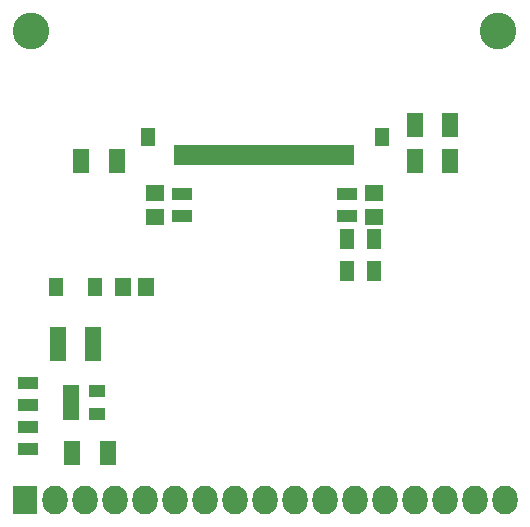
<source format=gts>
G04 #@! TF.GenerationSoftware,KiCad,Pcbnew,(2017-01-24 revision 0b6147e)-makepkg*
G04 #@! TF.CreationDate,2017-04-22T21:53:28-07:00*
G04 #@! TF.ProjectId,OLED_1.5_128X128_breakout,4F4C45445F312E355F31323858313238,rev?*
G04 #@! TF.FileFunction,Soldermask,Top*
G04 #@! TF.FilePolarity,Negative*
%FSLAX46Y46*%
G04 Gerber Fmt 4.6, Leading zero omitted, Abs format (unit mm)*
G04 Created by KiCad (PCBNEW (2017-01-24 revision 0b6147e)-makepkg) date 04/22/17 21:53:28*
%MOMM*%
%LPD*%
G01*
G04 APERTURE LIST*
%ADD10C,0.100000*%
%ADD11R,1.400000X2.000000*%
%ADD12R,1.310000X1.620000*%
%ADD13R,1.200000X1.700000*%
%ADD14R,1.400000X2.900000*%
%ADD15R,2.127200X2.432000*%
%ADD16O,2.127200X2.432000*%
%ADD17R,1.460000X1.050000*%
%ADD18R,1.700000X1.100000*%
%ADD19R,1.650000X1.400000*%
%ADD20R,1.400000X1.650000*%
%ADD21C,3.100000*%
%ADD22R,0.700000X1.800000*%
%ADD23R,1.300000X1.500000*%
G04 APERTURE END LIST*
D10*
D11*
X55750000Y-85000000D03*
X58750000Y-85000000D03*
X84750000Y-57250000D03*
X87750000Y-57250000D03*
X87750000Y-60250000D03*
X84750000Y-60250000D03*
X56500000Y-60250000D03*
X59500000Y-60250000D03*
D12*
X57635000Y-71000000D03*
X54365000Y-71000000D03*
D13*
X81250000Y-69605000D03*
X81250000Y-66895000D03*
X79000000Y-66895000D03*
X79000000Y-69605000D03*
D14*
X57500000Y-75750000D03*
X54500000Y-75750000D03*
D15*
X51760000Y-89000000D03*
D16*
X54300000Y-89000000D03*
X56840000Y-89000000D03*
X59380000Y-89000000D03*
X61920000Y-89000000D03*
X64460000Y-89000000D03*
X67000000Y-89000000D03*
X69540000Y-89000000D03*
X72080000Y-89000000D03*
X74620000Y-89000000D03*
X77160000Y-89000000D03*
X79700000Y-89000000D03*
X82240000Y-89000000D03*
X84780000Y-89000000D03*
X87320000Y-89000000D03*
X89860000Y-89000000D03*
X92400000Y-89000000D03*
D17*
X55650000Y-79800000D03*
X55650000Y-80750000D03*
X55650000Y-81700000D03*
X57850000Y-81700000D03*
X57850000Y-79800000D03*
D18*
X79000000Y-63050000D03*
X79000000Y-64950000D03*
D19*
X81250000Y-63000000D03*
X81250000Y-65000000D03*
D18*
X52000000Y-79050000D03*
X52000000Y-80950000D03*
X52000000Y-84700000D03*
X52000000Y-82800000D03*
D20*
X60000000Y-71000000D03*
X62000000Y-71000000D03*
D19*
X62750000Y-63000000D03*
X62750000Y-65000000D03*
D18*
X65000000Y-63050000D03*
X65000000Y-64950000D03*
D21*
X52250000Y-49250000D03*
X91750000Y-49250000D03*
D22*
X79235000Y-59794000D03*
X78735000Y-59794000D03*
X78235000Y-59794000D03*
X77735000Y-59794000D03*
X77235000Y-59794000D03*
X76735000Y-59794000D03*
X76235000Y-59794000D03*
X75735000Y-59794000D03*
X75235000Y-59794000D03*
X74735000Y-59794000D03*
X74235000Y-59794000D03*
X73735000Y-59794000D03*
X73235000Y-59794000D03*
X72735000Y-59794000D03*
X72235000Y-59794000D03*
X71735000Y-59794000D03*
X71235000Y-59794000D03*
X70735000Y-59794000D03*
X70235000Y-59794000D03*
X69735000Y-59794000D03*
X69235000Y-59794000D03*
X68735000Y-59794000D03*
X68235000Y-59794000D03*
X67735000Y-59794000D03*
X67235000Y-59794000D03*
X66735000Y-59794000D03*
X66235000Y-59794000D03*
X65735000Y-59794000D03*
X65235000Y-59794000D03*
X64735000Y-59794000D03*
D23*
X81935000Y-58294000D03*
X62135000Y-58294000D03*
M02*

</source>
